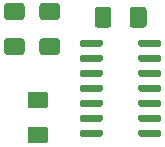
<source format=gbr>
%TF.GenerationSoftware,KiCad,Pcbnew,(5.1.6)-1*%
%TF.CreationDate,2020-08-23T19:38:50+02:00*%
%TF.ProjectId,opto-counter,6f70746f-2d63-46f7-956e-7465722e6b69,rev?*%
%TF.SameCoordinates,Original*%
%TF.FileFunction,Paste,Top*%
%TF.FilePolarity,Positive*%
%FSLAX46Y46*%
G04 Gerber Fmt 4.6, Leading zero omitted, Abs format (unit mm)*
G04 Created by KiCad (PCBNEW (5.1.6)-1) date 2020-08-23 19:38:50*
%MOMM*%
%LPD*%
G01*
G04 APERTURE LIST*
G04 APERTURE END LIST*
%TO.C,C1*%
G36*
G01*
X77800000Y-29625000D02*
X77800000Y-28375000D01*
G75*
G02*
X78050000Y-28125000I250000J0D01*
G01*
X78975000Y-28125000D01*
G75*
G02*
X79225000Y-28375000I0J-250000D01*
G01*
X79225000Y-29625000D01*
G75*
G02*
X78975000Y-29875000I-250000J0D01*
G01*
X78050000Y-29875000D01*
G75*
G02*
X77800000Y-29625000I0J250000D01*
G01*
G37*
G36*
G01*
X80775000Y-29625000D02*
X80775000Y-28375000D01*
G75*
G02*
X81025000Y-28125000I250000J0D01*
G01*
X81950000Y-28125000D01*
G75*
G02*
X82200000Y-28375000I0J-250000D01*
G01*
X82200000Y-29625000D01*
G75*
G02*
X81950000Y-29875000I-250000J0D01*
G01*
X81025000Y-29875000D01*
G75*
G02*
X80775000Y-29625000I0J250000D01*
G01*
G37*
%TD*%
%TO.C,R1*%
G36*
G01*
X70375000Y-27800000D02*
X71625000Y-27800000D01*
G75*
G02*
X71875000Y-28050000I0J-250000D01*
G01*
X71875000Y-28975000D01*
G75*
G02*
X71625000Y-29225000I-250000J0D01*
G01*
X70375000Y-29225000D01*
G75*
G02*
X70125000Y-28975000I0J250000D01*
G01*
X70125000Y-28050000D01*
G75*
G02*
X70375000Y-27800000I250000J0D01*
G01*
G37*
G36*
G01*
X70375000Y-30775000D02*
X71625000Y-30775000D01*
G75*
G02*
X71875000Y-31025000I0J-250000D01*
G01*
X71875000Y-31950000D01*
G75*
G02*
X71625000Y-32200000I-250000J0D01*
G01*
X70375000Y-32200000D01*
G75*
G02*
X70125000Y-31950000I0J250000D01*
G01*
X70125000Y-31025000D01*
G75*
G02*
X70375000Y-30775000I250000J0D01*
G01*
G37*
%TD*%
%TO.C,R2*%
G36*
G01*
X73625000Y-39687500D02*
X72375000Y-39687500D01*
G75*
G02*
X72125000Y-39437500I0J250000D01*
G01*
X72125000Y-38512500D01*
G75*
G02*
X72375000Y-38262500I250000J0D01*
G01*
X73625000Y-38262500D01*
G75*
G02*
X73875000Y-38512500I0J-250000D01*
G01*
X73875000Y-39437500D01*
G75*
G02*
X73625000Y-39687500I-250000J0D01*
G01*
G37*
G36*
G01*
X73625000Y-36712500D02*
X72375000Y-36712500D01*
G75*
G02*
X72125000Y-36462500I0J250000D01*
G01*
X72125000Y-35537500D01*
G75*
G02*
X72375000Y-35287500I250000J0D01*
G01*
X73625000Y-35287500D01*
G75*
G02*
X73875000Y-35537500I0J-250000D01*
G01*
X73875000Y-36462500D01*
G75*
G02*
X73625000Y-36712500I-250000J0D01*
G01*
G37*
%TD*%
%TO.C,R3*%
G36*
G01*
X73375000Y-30775000D02*
X74625000Y-30775000D01*
G75*
G02*
X74875000Y-31025000I0J-250000D01*
G01*
X74875000Y-31950000D01*
G75*
G02*
X74625000Y-32200000I-250000J0D01*
G01*
X73375000Y-32200000D01*
G75*
G02*
X73125000Y-31950000I0J250000D01*
G01*
X73125000Y-31025000D01*
G75*
G02*
X73375000Y-30775000I250000J0D01*
G01*
G37*
G36*
G01*
X73375000Y-27800000D02*
X74625000Y-27800000D01*
G75*
G02*
X74875000Y-28050000I0J-250000D01*
G01*
X74875000Y-28975000D01*
G75*
G02*
X74625000Y-29225000I-250000J0D01*
G01*
X73375000Y-29225000D01*
G75*
G02*
X73125000Y-28975000I0J250000D01*
G01*
X73125000Y-28050000D01*
G75*
G02*
X73375000Y-27800000I250000J0D01*
G01*
G37*
%TD*%
%TO.C,U1*%
G36*
G01*
X76550000Y-31340000D02*
X76550000Y-31040000D01*
G75*
G02*
X76700000Y-30890000I150000J0D01*
G01*
X78350000Y-30890000D01*
G75*
G02*
X78500000Y-31040000I0J-150000D01*
G01*
X78500000Y-31340000D01*
G75*
G02*
X78350000Y-31490000I-150000J0D01*
G01*
X76700000Y-31490000D01*
G75*
G02*
X76550000Y-31340000I0J150000D01*
G01*
G37*
G36*
G01*
X76550000Y-32610000D02*
X76550000Y-32310000D01*
G75*
G02*
X76700000Y-32160000I150000J0D01*
G01*
X78350000Y-32160000D01*
G75*
G02*
X78500000Y-32310000I0J-150000D01*
G01*
X78500000Y-32610000D01*
G75*
G02*
X78350000Y-32760000I-150000J0D01*
G01*
X76700000Y-32760000D01*
G75*
G02*
X76550000Y-32610000I0J150000D01*
G01*
G37*
G36*
G01*
X76550000Y-33880000D02*
X76550000Y-33580000D01*
G75*
G02*
X76700000Y-33430000I150000J0D01*
G01*
X78350000Y-33430000D01*
G75*
G02*
X78500000Y-33580000I0J-150000D01*
G01*
X78500000Y-33880000D01*
G75*
G02*
X78350000Y-34030000I-150000J0D01*
G01*
X76700000Y-34030000D01*
G75*
G02*
X76550000Y-33880000I0J150000D01*
G01*
G37*
G36*
G01*
X76550000Y-35150000D02*
X76550000Y-34850000D01*
G75*
G02*
X76700000Y-34700000I150000J0D01*
G01*
X78350000Y-34700000D01*
G75*
G02*
X78500000Y-34850000I0J-150000D01*
G01*
X78500000Y-35150000D01*
G75*
G02*
X78350000Y-35300000I-150000J0D01*
G01*
X76700000Y-35300000D01*
G75*
G02*
X76550000Y-35150000I0J150000D01*
G01*
G37*
G36*
G01*
X76550000Y-36420000D02*
X76550000Y-36120000D01*
G75*
G02*
X76700000Y-35970000I150000J0D01*
G01*
X78350000Y-35970000D01*
G75*
G02*
X78500000Y-36120000I0J-150000D01*
G01*
X78500000Y-36420000D01*
G75*
G02*
X78350000Y-36570000I-150000J0D01*
G01*
X76700000Y-36570000D01*
G75*
G02*
X76550000Y-36420000I0J150000D01*
G01*
G37*
G36*
G01*
X76550000Y-37690000D02*
X76550000Y-37390000D01*
G75*
G02*
X76700000Y-37240000I150000J0D01*
G01*
X78350000Y-37240000D01*
G75*
G02*
X78500000Y-37390000I0J-150000D01*
G01*
X78500000Y-37690000D01*
G75*
G02*
X78350000Y-37840000I-150000J0D01*
G01*
X76700000Y-37840000D01*
G75*
G02*
X76550000Y-37690000I0J150000D01*
G01*
G37*
G36*
G01*
X76550000Y-38960000D02*
X76550000Y-38660000D01*
G75*
G02*
X76700000Y-38510000I150000J0D01*
G01*
X78350000Y-38510000D01*
G75*
G02*
X78500000Y-38660000I0J-150000D01*
G01*
X78500000Y-38960000D01*
G75*
G02*
X78350000Y-39110000I-150000J0D01*
G01*
X76700000Y-39110000D01*
G75*
G02*
X76550000Y-38960000I0J150000D01*
G01*
G37*
G36*
G01*
X81500000Y-38960000D02*
X81500000Y-38660000D01*
G75*
G02*
X81650000Y-38510000I150000J0D01*
G01*
X83300000Y-38510000D01*
G75*
G02*
X83450000Y-38660000I0J-150000D01*
G01*
X83450000Y-38960000D01*
G75*
G02*
X83300000Y-39110000I-150000J0D01*
G01*
X81650000Y-39110000D01*
G75*
G02*
X81500000Y-38960000I0J150000D01*
G01*
G37*
G36*
G01*
X81500000Y-37690000D02*
X81500000Y-37390000D01*
G75*
G02*
X81650000Y-37240000I150000J0D01*
G01*
X83300000Y-37240000D01*
G75*
G02*
X83450000Y-37390000I0J-150000D01*
G01*
X83450000Y-37690000D01*
G75*
G02*
X83300000Y-37840000I-150000J0D01*
G01*
X81650000Y-37840000D01*
G75*
G02*
X81500000Y-37690000I0J150000D01*
G01*
G37*
G36*
G01*
X81500000Y-36420000D02*
X81500000Y-36120000D01*
G75*
G02*
X81650000Y-35970000I150000J0D01*
G01*
X83300000Y-35970000D01*
G75*
G02*
X83450000Y-36120000I0J-150000D01*
G01*
X83450000Y-36420000D01*
G75*
G02*
X83300000Y-36570000I-150000J0D01*
G01*
X81650000Y-36570000D01*
G75*
G02*
X81500000Y-36420000I0J150000D01*
G01*
G37*
G36*
G01*
X81500000Y-35150000D02*
X81500000Y-34850000D01*
G75*
G02*
X81650000Y-34700000I150000J0D01*
G01*
X83300000Y-34700000D01*
G75*
G02*
X83450000Y-34850000I0J-150000D01*
G01*
X83450000Y-35150000D01*
G75*
G02*
X83300000Y-35300000I-150000J0D01*
G01*
X81650000Y-35300000D01*
G75*
G02*
X81500000Y-35150000I0J150000D01*
G01*
G37*
G36*
G01*
X81500000Y-33880000D02*
X81500000Y-33580000D01*
G75*
G02*
X81650000Y-33430000I150000J0D01*
G01*
X83300000Y-33430000D01*
G75*
G02*
X83450000Y-33580000I0J-150000D01*
G01*
X83450000Y-33880000D01*
G75*
G02*
X83300000Y-34030000I-150000J0D01*
G01*
X81650000Y-34030000D01*
G75*
G02*
X81500000Y-33880000I0J150000D01*
G01*
G37*
G36*
G01*
X81500000Y-32610000D02*
X81500000Y-32310000D01*
G75*
G02*
X81650000Y-32160000I150000J0D01*
G01*
X83300000Y-32160000D01*
G75*
G02*
X83450000Y-32310000I0J-150000D01*
G01*
X83450000Y-32610000D01*
G75*
G02*
X83300000Y-32760000I-150000J0D01*
G01*
X81650000Y-32760000D01*
G75*
G02*
X81500000Y-32610000I0J150000D01*
G01*
G37*
G36*
G01*
X81500000Y-31340000D02*
X81500000Y-31040000D01*
G75*
G02*
X81650000Y-30890000I150000J0D01*
G01*
X83300000Y-30890000D01*
G75*
G02*
X83450000Y-31040000I0J-150000D01*
G01*
X83450000Y-31340000D01*
G75*
G02*
X83300000Y-31490000I-150000J0D01*
G01*
X81650000Y-31490000D01*
G75*
G02*
X81500000Y-31340000I0J150000D01*
G01*
G37*
%TD*%
M02*

</source>
